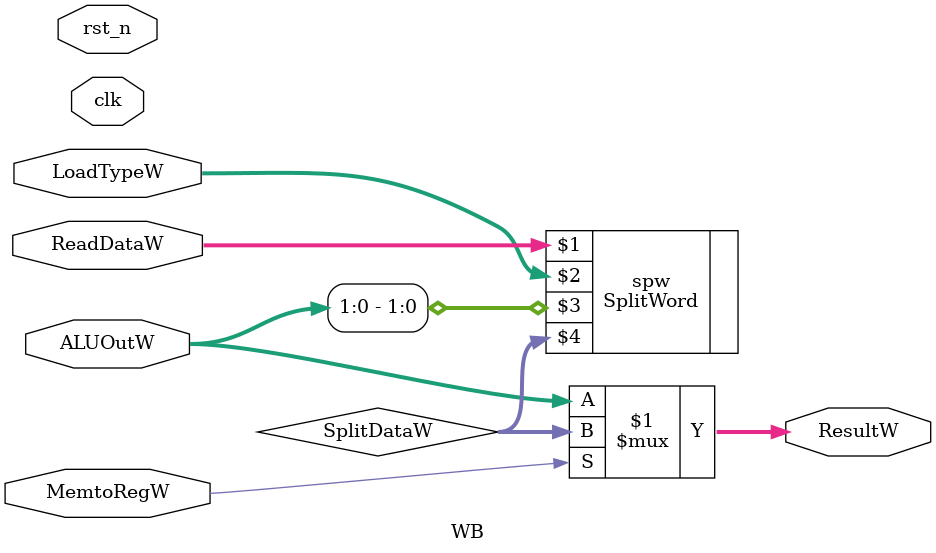
<source format=v>
`timescale 1ns / 1ps
module WB(
	input clk,
	input rst_n,

	input MemtoRegW,
	input [31:0]ReadDataW,
	input [31:0]ALUOutW,
	input [2:0]LoadTypeW,

	output [31:0]ResultW
    );

	wire [31:0]SplitDataW;

	assign ResultW=MemtoRegW?SplitDataW:ALUOutW;

	SplitWord spw(ReadDataW,LoadTypeW,ALUOutW[1:0],SplitDataW);

endmodule

</source>
